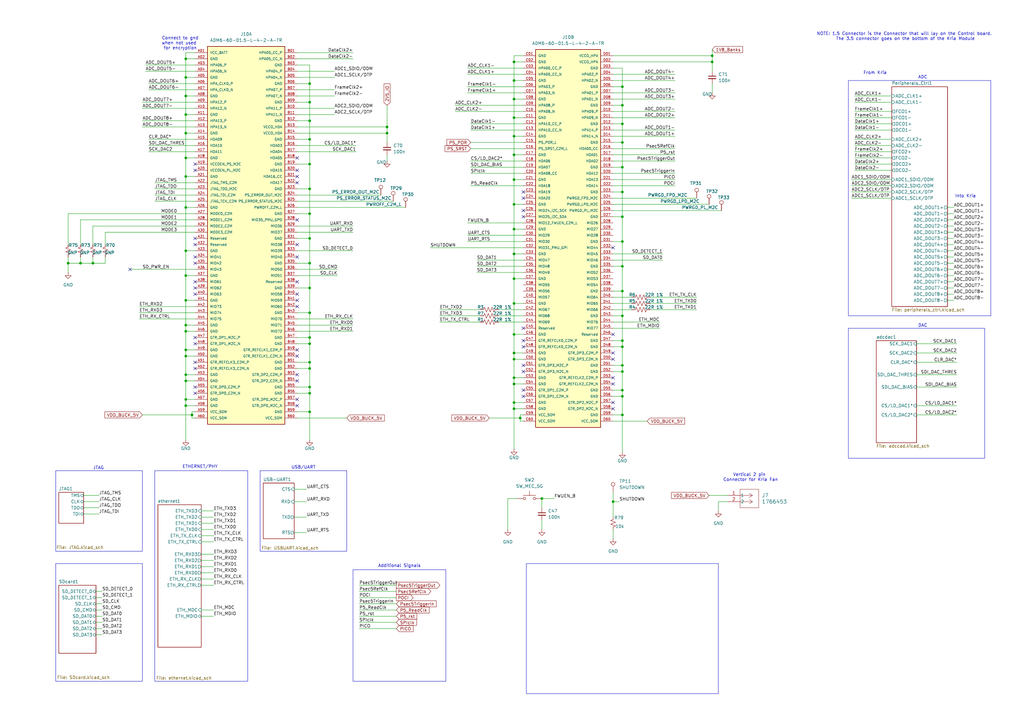
<source format=kicad_sch>
(kicad_sch (version 20250114) (generator "eeschema") (generator_version "9.0")
  (paper "A3")
  (rectangle (start 215.9 231.14) (end 294.64 284.48))
  (rectangle (start 22.86 231.14) (end 58.42 279.4))
  (rectangle (start 106.68 193.04) (end 142.24 226.06))
  (rectangle (start 63.5 193.04) (end 101.6 279.4))
  (rectangle (start 144.78 233.68) (end 182.88 279.4))
  (rectangle (start 347.98 134.62) (end 403.86 187.96))
  (rectangle (start 22.86 193.04) (end 58.42 226.06))
  (rectangle (start 347.98 33.02) (end 406.4 129.54))
  (text "USB/UART" (at 124.46 191.77 0) (effects (font (size 1.27 1.27))))
  (text "Into Kria" (at 395.986 80.518 0) (effects (font (size 1.27 1.27))))
  (text "NOTE: 1.5 Connector is the Connector that will lay on the Control board. \nThe 3.5 connector goes on the bottom of the Kria Module" (at 371.348 14.986 0) (effects (font (size 1.27 1.27))))
  (text "ADC" (at 378.46 31.75 0) (effects (font (size 1.27 1.27))))
  (text "Connect to gnd\nwhen not used \nfor encryption" (at 73.914 17.78 0) (effects (font (size 1.27 1.27))))
  (text "From Kria" (at 358.902 29.972 0) (effects (font (size 1.27 1.27))))
  (text "Additional Signals" (at 163.83 232.156 0) (effects (font (size 1.27 1.27))))
  (text "ETHERNET/PHY" (at 82.042 191.516 0) (effects (font (size 1.27 1.27))))
  (text "DAC" (at 378.46 133.604 0) (effects (font (size 1.27 1.27))))
  (text "Vertical 2 pin \nConnector for Kria Fan" (at 307.848 195.834 0) (effects (font (size 1.27 1.27))))
  (text "JTAG" (at 40.386 192.024 0) (effects (font (size 1.27 1.27))))
  (junction (at 76.2 123.19))
  (junction (at 76.2 163.83))
  (junction (at 210.82 114.3))
  (junction (at 76.2 54.61))
  (junction (at 127 67.31))
  (junction (at 127 41.91))
  (junction (at 127 97.79))
  (junction (at 76.2 156.21))
  (junction (at 76.2 146.05))
  (junction (at 210.82 55.88))
  (junction (at 255.27 129.54))
  (junction (at 255.27 68.58))
  (junction (at 127 158.75))
  (junction (at 222.25 204.47))
  (junction (at 127 168.91))
  (junction (at 255.27 162.56))
  (junction (at 76.2 24.13))
  (junction (at 158.75 52.07))
  (junction (at 210.82 48.26))
  (junction (at 210.82 165.1))
  (junction (at 210.82 137.16))
  (junction (at 127 49.53))
  (junction (at 76.2 64.77))
  (junction (at 127 118.11))
  (junction (at 158.75 54.61))
  (junction (at 76.2 133.35))
  (junction (at 210.82 25.4))
  (junction (at 255.27 50.8))
  (junction (at 76.2 166.37))
  (junction (at 76.2 143.51))
  (junction (at 255.27 170.18))
  (junction (at 76.2 46.99))
  (junction (at 210.82 63.5))
  (junction (at 255.27 139.7))
  (junction (at 76.2 31.75))
  (junction (at 127 34.29))
  (junction (at 210.82 167.64))
  (junction (at 127 151.13))
  (junction (at 127 138.43))
  (junction (at 76.2 39.37))
  (junction (at 255.27 149.86))
  (junction (at 255.27 35.56))
  (junction (at 38.1 107.95))
  (junction (at 255.27 109.22))
  (junction (at 210.82 124.46))
  (junction (at 76.2 135.89))
  (junction (at 33.02 107.95))
  (junction (at 127 148.59))
  (junction (at 210.82 147.32))
  (junction (at 76.2 102.87))
  (junction (at 255.27 43.18))
  (junction (at 210.82 40.64))
  (junction (at 78.74 170.18))
  (junction (at 210.82 104.14))
  (junction (at 210.82 83.82))
  (junction (at 127 161.29))
  (junction (at 210.82 154.94))
  (junction (at 127 57.15))
  (junction (at 76.2 85.09))
  (junction (at 127 140.97))
  (junction (at 210.82 93.98))
  (junction (at 255.27 160.02))
  (junction (at 127 87.63))
  (junction (at 255.27 58.42))
  (junction (at 292.1 25.4))
  (junction (at 255.27 88.9))
  (junction (at 255.27 78.74))
  (junction (at 255.27 142.24))
  (junction (at 213.36 171.45))
  (junction (at 76.2 72.39))
  (junction (at 255.27 119.38))
  (junction (at 127 128.27))
  (junction (at 76.2 113.03))
  (junction (at 210.82 33.02))
  (junction (at 255.27 152.4))
  (junction (at 210.82 73.66))
  (junction (at 27.94 107.95))
  (junction (at 127 77.47))
  (junction (at 292.1 22.86))
  (junction (at 210.82 144.78))
  (junction (at 76.2 153.67))
  (junction (at 210.82 157.48))
  (junction (at 127 107.95))
  (junction (at 251.46 205.74))
  (junction (at 255.27 99.06))
  (no_connect (at 121.92 123.19))
  (no_connect (at 80.01 151.13))
  (no_connect (at 80.01 115.57))
  (no_connect (at 251.46 144.78))
  (no_connect (at 121.92 125.73))
  (no_connect (at 121.92 153.67))
  (no_connect (at 251.46 147.32))
  (no_connect (at 251.46 137.16))
  (no_connect (at 121.92 166.37))
  (no_connect (at 121.92 156.21))
  (no_connect (at 251.46 167.64))
  (no_connect (at 214.63 160.02))
  (no_connect (at 121.92 146.05))
  (no_connect (at 80.01 69.85))
  (no_connect (at 214.63 142.24))
  (no_connect (at 121.92 72.39))
  (no_connect (at 121.92 143.51))
  (no_connect (at 121.92 100.33))
  (no_connect (at 121.92 163.83))
  (no_connect (at 251.46 165.1))
  (no_connect (at 121.92 64.77))
  (no_connect (at 121.92 115.57))
  (no_connect (at 214.63 134.62))
  (no_connect (at 214.63 152.4))
  (no_connect (at 214.63 86.36))
  (no_connect (at 80.01 107.95))
  (no_connect (at 80.01 97.79))
  (no_connect (at 80.01 140.97))
  (no_connect (at 251.46 157.48))
  (no_connect (at 80.01 120.65))
  (no_connect (at 121.92 105.41))
  (no_connect (at 80.01 100.33))
  (no_connect (at 251.46 154.94))
  (no_connect (at 121.92 90.17))
  (no_connect (at 214.63 149.86))
  (no_connect (at 251.46 101.6))
  (no_connect (at 80.01 148.59))
  (no_connect (at 214.63 139.7))
  (no_connect (at 80.01 161.29))
  (no_connect (at 80.01 118.11))
  (no_connect (at 214.63 88.9))
  (no_connect (at 214.63 81.28))
  (no_connect (at 214.63 162.56))
  (no_connect (at 121.92 120.65))
  (no_connect (at 121.92 74.93))
  (no_connect (at 121.92 69.85))
  (no_connect (at 80.01 105.41))
  (no_connect (at 80.01 158.75))
  (no_connect (at 53.34 110.49))
  (no_connect (at 80.01 138.43))
  (no_connect (at 80.01 67.31))
  (no_connect (at 214.63 78.74))
  (wire (pts (xy 266.7 127) (xy 285.75 127)))
  (wire (pts (xy 210.82 63.5) (xy 210.82 73.66)))
  (wire (pts (xy 222.25 213.36) (xy 222.25 217.17)))
  (wire (pts (xy 121.92 140.97) (xy 127 140.97)))
  (wire (pts (xy 121.92 67.31) (xy 127 67.31)))
  (wire (pts (xy 388.62 90.17) (xy 391.16 90.17)))
  (wire (pts (xy 162.56 250.19) (xy 147.32 250.19)))
  (wire (pts (xy 251.46 83.82) (xy 290.83 83.82)))
  (wire (pts (xy 127 148.59) (xy 127 151.13)))
  (wire (pts (xy 76.2 143.51) (xy 80.01 143.51)))
  (wire (pts (xy 60.96 59.69) (xy 80.01 59.69)))
  (wire (pts (xy 43.18 107.95) (xy 38.1 107.95)))
  (wire (pts (xy 350.52 69.85) (xy 365.76 69.85)))
  (wire (pts (xy 255.27 58.42) (xy 255.27 68.58)))
  (wire (pts (xy 121.92 107.95) (xy 127 107.95)))
  (wire (pts (xy 290.83 203.2) (xy 298.45 203.2)))
  (wire (pts (xy 210.82 114.3) (xy 210.82 124.46)))
  (wire (pts (xy 213.36 171.45) (xy 213.36 172.72)))
  (wire (pts (xy 82.55 232.41) (xy 87.63 232.41)))
  (wire (pts (xy 60.96 34.29) (xy 80.01 34.29)))
  (wire (pts (xy 251.46 63.5) (xy 276.86 63.5)))
  (wire (pts (xy 255.27 160.02) (xy 255.27 162.56)))
  (wire (pts (xy 251.46 53.34) (xy 276.86 53.34)))
  (wire (pts (xy 251.46 33.02) (xy 276.86 33.02)))
  (wire (pts (xy 193.04 50.8) (xy 214.63 50.8)))
  (wire (pts (xy 147.32 257.81) (xy 162.56 257.81)))
  (wire (pts (xy 34.29 210.82) (xy 40.64 210.82)))
  (wire (pts (xy 76.2 156.21) (xy 76.2 163.83)))
  (wire (pts (xy 251.46 134.62) (xy 270.51 134.62)))
  (wire (pts (xy 180.34 129.54) (xy 196.85 129.54)))
  (wire (pts (xy 121.92 118.11) (xy 127 118.11)))
  (wire (pts (xy 193.04 53.34) (xy 214.63 53.34)))
  (wire (pts (xy 251.46 35.56) (xy 255.27 35.56)))
  (wire (pts (xy 255.27 99.06) (xy 255.27 109.22)))
  (wire (pts (xy 147.32 240.03) (xy 162.56 240.03)))
  (wire (pts (xy 147.32 247.65) (xy 162.56 247.65)))
  (wire (pts (xy 251.46 172.72) (xy 265.43 172.72)))
  (wire (pts (xy 375.92 166.37) (xy 392.43 166.37)))
  (wire (pts (xy 210.82 33.02) (xy 210.82 40.64)))
  (wire (pts (xy 251.46 55.88) (xy 276.86 55.88)))
  (wire (pts (xy 210.82 93.98) (xy 214.63 93.98)))
  (wire (pts (xy 82.55 229.87) (xy 87.63 229.87)))
  (wire (pts (xy 166.37 85.09) (xy 121.92 85.09)))
  (wire (pts (xy 204.47 127) (xy 214.63 127)))
  (wire (pts (xy 121.92 31.75) (xy 137.16 31.75)))
  (wire (pts (xy 121.92 46.99) (xy 137.16 46.99)))
  (wire (pts (xy 80.01 171.45) (xy 78.74 171.45)))
  (wire (pts (xy 251.46 170.18) (xy 255.27 170.18)))
  (wire (pts (xy 210.82 22.86) (xy 210.82 25.4)))
  (wire (pts (xy 76.2 64.77) (xy 80.01 64.77)))
  (wire (pts (xy 76.2 123.19) (xy 80.01 123.19)))
  (wire (pts (xy 191.77 38.1) (xy 214.63 38.1)))
  (wire (pts (xy 76.2 133.35) (xy 76.2 135.89)))
  (wire (pts (xy 388.62 105.41) (xy 391.16 105.41)))
  (wire (pts (xy 251.46 25.4) (xy 292.1 25.4)))
  (wire (pts (xy 255.27 152.4) (xy 255.27 160.02)))
  (wire (pts (xy 127 118.11) (xy 127 128.27)))
  (wire (pts (xy 121.92 130.81) (xy 144.78 130.81)))
  (wire (pts (xy 251.46 205.74) (xy 251.46 212.09)))
  (wire (pts (xy 121.92 151.13) (xy 127 151.13)))
  (wire (pts (xy 375.92 148.59) (xy 392.43 148.59)))
  (wire (pts (xy 76.2 146.05) (xy 80.01 146.05)))
  (wire (pts (xy 251.46 142.24) (xy 255.27 142.24)))
  (wire (pts (xy 76.2 156.21) (xy 80.01 156.21)))
  (wire (pts (xy 147.32 245.11) (xy 162.56 245.11)))
  (wire (pts (xy 349.25 78.74) (xy 365.76 78.74)))
  (wire (pts (xy 222.25 204.47) (xy 227.33 204.47)))
  (wire (pts (xy 59.69 26.67) (xy 80.01 26.67)))
  (wire (pts (xy 27.94 105.41) (xy 27.94 107.95)))
  (wire (pts (xy 33.02 107.95) (xy 27.94 107.95)))
  (wire (pts (xy 350.52 62.23) (xy 365.76 62.23)))
  (wire (pts (xy 121.92 80.01) (xy 156.21 80.01)))
  (wire (pts (xy 76.2 31.75) (xy 76.2 39.37)))
  (wire (pts (xy 82.55 252.73) (xy 87.63 252.73)))
  (wire (pts (xy 34.29 203.2) (xy 40.64 203.2)))
  (wire (pts (xy 255.27 78.74) (xy 255.27 88.9)))
  (wire (pts (xy 43.18 105.41) (xy 43.18 107.95)))
  (wire (pts (xy 82.55 209.55) (xy 87.63 209.55)))
  (wire (pts (xy 255.27 139.7) (xy 255.27 142.24)))
  (wire (pts (xy 127 67.31) (xy 127 77.47)))
  (wire (pts (xy 147.32 252.73) (xy 162.56 252.73)))
  (wire (pts (xy 200.66 171.45) (xy 213.36 171.45)))
  (wire (pts (xy 82.55 212.09) (xy 87.63 212.09)))
  (wire (pts (xy 78.74 171.45) (xy 78.74 170.18)))
  (wire (pts (xy 210.82 73.66) (xy 214.63 73.66)))
  (wire (pts (xy 210.82 147.32) (xy 210.82 154.94)))
  (wire (pts (xy 121.92 161.29) (xy 127 161.29)))
  (wire (pts (xy 127 77.47) (xy 127 87.63)))
  (wire (pts (xy 121.92 34.29) (xy 127 34.29)))
  (wire (pts (xy 210.82 124.46) (xy 210.82 137.16)))
  (wire (pts (xy 349.25 81.28) (xy 365.76 81.28)))
  (wire (pts (xy 210.82 55.88) (xy 210.82 63.5)))
  (wire (pts (xy 388.62 102.87) (xy 391.16 102.87)))
  (wire (pts (xy 210.82 25.4) (xy 210.82 33.02)))
  (wire (pts (xy 76.2 31.75) (xy 80.01 31.75)))
  (wire (pts (xy 251.46 68.58) (xy 255.27 68.58)))
  (wire (pts (xy 39.37 250.19) (xy 41.91 250.19)))
  (wire (pts (xy 127 138.43) (xy 127 140.97)))
  (wire (pts (xy 210.82 167.64) (xy 214.63 167.64)))
  (wire (pts (xy 60.96 36.83) (xy 80.01 36.83)))
  (wire (pts (xy 292.1 22.86) (xy 292.1 25.4)))
  (wire (pts (xy 210.82 154.94) (xy 210.82 157.48)))
  (wire (pts (xy 43.18 95.25) (xy 80.01 95.25)))
  (wire (pts (xy 251.46 217.17) (xy 251.46 220.98)))
  (wire (pts (xy 76.2 21.59) (xy 76.2 24.13)))
  (wire (pts (xy 251.46 43.18) (xy 255.27 43.18)))
  (wire (pts (xy 121.92 59.69) (xy 146.05 59.69)))
  (wire (pts (xy 39.37 260.35) (xy 41.91 260.35)))
  (wire (pts (xy 38.1 105.41) (xy 38.1 107.95)))
  (wire (pts (xy 63.5 74.93) (xy 80.01 74.93)))
  (wire (pts (xy 350.52 50.8) (xy 365.76 50.8)))
  (wire (pts (xy 255.27 109.22) (xy 255.27 119.38)))
  (wire (pts (xy 251.46 127) (xy 259.08 127)))
  (wire (pts (xy 213.36 172.72) (xy 214.63 172.72)))
  (wire (pts (xy 204.47 132.08) (xy 214.63 132.08)))
  (wire (pts (xy 120.65 218.44) (xy 125.73 218.44)))
  (wire (pts (xy 127 128.27) (xy 127 138.43)))
  (wire (pts (xy 76.2 24.13) (xy 80.01 24.13)))
  (wire (pts (xy 251.46 81.28) (xy 285.75 81.28)))
  (wire (pts (xy 210.82 40.64) (xy 210.82 48.26)))
  (wire (pts (xy 127 34.29) (xy 127 41.91)))
  (wire (pts (xy 121.92 62.23) (xy 146.05 62.23)))
  (wire (pts (xy 212.09 204.47) (xy 208.28 204.47)))
  (wire (pts (xy 57.15 128.27) (xy 80.01 128.27)))
  (wire (pts (xy 27.94 107.95) (xy 27.94 111.76)))
  (wire (pts (xy 59.69 29.21) (xy 80.01 29.21)))
  (wire (pts (xy 76.2 143.51) (xy 76.2 146.05)))
  (wire (pts (xy 388.62 118.11) (xy 391.16 118.11)))
  (wire (pts (xy 266.7 124.46) (xy 285.75 124.46)))
  (wire (pts (xy 251.46 139.7) (xy 255.27 139.7)))
  (wire (pts (xy 121.92 54.61) (xy 158.75 54.61)))
  (wire (pts (xy 158.75 54.61) (xy 158.75 58.42)))
  (wire (pts (xy 76.2 24.13) (xy 76.2 31.75)))
  (wire (pts (xy 76.2 72.39) (xy 76.2 85.09)))
  (wire (pts (xy 121.92 148.59) (xy 127 148.59)))
  (wire (pts (xy 147.32 242.57) (xy 162.56 242.57)))
  (wire (pts (xy 210.82 40.64) (xy 214.63 40.64)))
  (wire (pts (xy 60.96 57.15) (xy 80.01 57.15)))
  (wire (pts (xy 39.37 257.81) (xy 41.91 257.81)))
  (wire (pts (xy 388.62 97.79) (xy 391.16 97.79)))
  (wire (pts (xy 82.55 237.49) (xy 87.63 237.49)))
  (wire (pts (xy 388.62 100.33) (xy 391.16 100.33)))
  (wire (pts (xy 39.37 242.57) (xy 41.91 242.57)))
  (wire (pts (xy 191.77 91.44) (xy 214.63 91.44)))
  (wire (pts (xy 210.82 48.26) (xy 210.82 55.88)))
  (wire (pts (xy 121.92 21.59) (xy 144.78 21.59)))
  (wire (pts (xy 210.82 165.1) (xy 214.63 165.1)))
  (wire (pts (xy 121.92 41.91) (xy 127 41.91)))
  (wire (pts (xy 76.2 135.89) (xy 80.01 135.89)))
  (wire (pts (xy 251.46 66.04) (xy 276.86 66.04)))
  (wire (pts (xy 210.82 137.16) (xy 210.82 144.78)))
  (wire (pts (xy 121.92 24.13) (xy 144.78 24.13)))
  (wire (pts (xy 121.92 158.75) (xy 127 158.75)))
  (wire (pts (xy 82.55 219.71) (xy 87.63 219.71)))
  (wire (pts (xy 255.27 162.56) (xy 255.27 170.18)))
  (wire (pts (xy 292.1 20.32) (xy 292.1 22.86)))
  (wire (pts (xy 191.77 27.94) (xy 214.63 27.94)))
  (wire (pts (xy 350.52 39.37) (xy 365.76 39.37)))
  (wire (pts (xy 298.45 205.74) (xy 294.64 205.74)))
  (wire (pts (xy 121.92 92.71) (xy 144.78 92.71)))
  (wire (pts (xy 82.55 227.33) (xy 87.63 227.33)))
  (wire (pts (xy 255.27 149.86) (xy 255.27 152.4)))
  (wire (pts (xy 292.1 34.29) (xy 292.1 38.1)))
  (wire (pts (xy 121.92 171.45) (xy 142.24 171.45)))
  (wire (pts (xy 121.92 95.25) (xy 144.78 95.25)))
  (wire (pts (xy 251.46 76.2) (xy 276.86 76.2)))
  (wire (pts (xy 193.04 76.2) (xy 214.63 76.2)))
  (wire (pts (xy 76.2 102.87) (xy 76.2 113.03)))
  (wire (pts (xy 193.04 71.12) (xy 214.63 71.12)))
  (wire (pts (xy 255.27 88.9) (xy 255.27 99.06)))
  (wire (pts (xy 158.75 43.18) (xy 158.75 52.07)))
  (wire (pts (xy 121.92 133.35) (xy 144.78 133.35)))
  (wire (pts (xy 76.2 113.03) (xy 80.01 113.03)))
  (wire (pts (xy 127 168.91) (xy 127 180.34)))
  (wire (pts (xy 251.46 124.46) (xy 259.08 124.46)))
  (wire (pts (xy 388.62 92.71) (xy 391.16 92.71)))
  (wire (pts (xy 57.15 130.81) (xy 80.01 130.81)))
  (wire (pts (xy 82.55 234.95) (xy 87.63 234.95)))
  (wire (pts (xy 388.62 107.95) (xy 391.16 107.95)))
  (wire (pts (xy 127 26.67) (xy 127 34.29)))
  (wire (pts (xy 210.82 157.48) (xy 214.63 157.48)))
  (wire (pts (xy 375.92 158.75) (xy 392.43 158.75)))
  (wire (pts (xy 266.7 121.92) (xy 285.75 121.92)))
  (wire (pts (xy 210.82 63.5) (xy 214.63 63.5)))
  (wire (pts (xy 121.92 128.27) (xy 127 128.27)))
  (wire (pts (xy 76.2 163.83) (xy 80.01 163.83)))
  (wire (pts (xy 208.28 204.47) (xy 208.28 217.17)))
  (wire (pts (xy 210.82 93.98) (xy 210.82 104.14)))
  (wire (pts (xy 121.92 97.79) (xy 127 97.79)))
  (wire (pts (xy 78.74 168.91) (xy 80.01 168.91)))
  (wire (pts (xy 388.62 87.63) (xy 391.16 87.63)))
  (wire (pts (xy 58.42 170.18) (xy 78.74 170.18)))
  (wire (pts (xy 251.46 48.26) (xy 276.86 48.26)))
  (wire (pts (xy 251.46 50.8) (xy 255.27 50.8)))
  (wire (pts (xy 388.62 123.19) (xy 391.16 123.19)))
  (wire (pts (xy 38.1 92.71) (xy 38.1 100.33)))
  (wire (pts (xy 39.37 252.73) (xy 41.91 252.73)))
  (wire (pts (xy 121.92 82.55) (xy 161.29 82.55)))
  (wire (pts (xy 251.46 58.42) (xy 255.27 58.42)))
  (wire (pts (xy 127 87.63) (xy 127 97.79)))
  (wire (pts (xy 251.46 152.4) (xy 255.27 152.4)))
  (wire (pts (xy 251.46 149.86) (xy 255.27 149.86)))
  (wire (pts (xy 388.62 95.25) (xy 391.16 95.25)))
  (wire (pts (xy 63.5 82.55) (xy 80.01 82.55)))
  (wire (pts (xy 210.82 144.78) (xy 210.82 147.32)))
  (wire (pts (xy 39.37 255.27) (xy 41.91 255.27)))
  (wire (pts (xy 58.42 41.91) (xy 80.01 41.91)))
  (wire (pts (xy 251.46 121.92) (xy 259.08 121.92)))
  (wire (pts (xy 292.1 25.4) (xy 292.1 29.21)))
  (wire (pts (xy 191.77 30.48) (xy 214.63 30.48)))
  (wire (pts (xy 121.92 113.03) (xy 138.43 113.03)))
  (wire (pts (xy 76.2 113.03) (xy 76.2 123.19)))
  (wire (pts (xy 82.55 217.17) (xy 87.63 217.17)))
  (wire (pts (xy 82.55 214.63) (xy 87.63 214.63)))
  (wire (pts (xy 76.2 54.61) (xy 76.2 64.77)))
  (wire (pts (xy 251.46 201.93) (xy 251.46 205.74)))
  (wire (pts (xy 76.2 46.99) (xy 80.01 46.99)))
  (wire (pts (xy 210.82 165.1) (xy 210.82 167.64)))
  (wire (pts (xy 121.92 57.15) (xy 127 57.15)))
  (wire (pts (xy 76.2 102.87) (xy 80.01 102.87)))
  (wire (pts (xy 76.2 64.77) (xy 76.2 72.39)))
  (wire (pts (xy 76.2 123.19) (xy 76.2 133.35)))
  (wire (pts (xy 121.92 26.67) (xy 127 26.67)))
  (wire (pts (xy 210.82 124.46) (xy 214.63 124.46)))
  (wire (pts (xy 255.27 50.8) (xy 255.27 58.42)))
  (wire (pts (xy 27.94 87.63) (xy 27.94 100.33)))
  (wire (pts (xy 186.69 45.72) (xy 214.63 45.72)))
  (wire (pts (xy 60.96 62.23) (xy 80.01 62.23)))
  (wire (pts (xy 76.2 46.99) (xy 76.2 54.61)))
  (wire (pts (xy 127 151.13) (xy 127 158.75)))
  (wire (pts (xy 82.55 250.19) (xy 87.63 250.19)))
  (wire (pts (xy 350.52 53.34) (xy 365.76 53.34)))
  (wire (pts (xy 210.82 73.66) (xy 210.82 83.82)))
  (wire (pts (xy 251.46 162.56) (xy 255.27 162.56)))
  (wire (pts (xy 255.27 142.24) (xy 255.27 149.86)))
  (wire (pts (xy 255.27 129.54) (xy 255.27 139.7)))
  (wire (pts (xy 127 140.97) (xy 127 148.59)))
  (wire (pts (xy 210.82 137.16) (xy 214.63 137.16)))
  (wire (pts (xy 38.1 92.71) (xy 80.01 92.71)))
  (wire (pts (xy 76.2 166.37) (xy 80.01 166.37)))
  (wire (pts (xy 33.02 90.17) (xy 80.01 90.17)))
  (wire (pts (xy 58.42 52.07) (xy 80.01 52.07)))
  (wire (pts (xy 76.2 135.89) (xy 76.2 143.51)))
  (wire (pts (xy 251.46 99.06) (xy 255.27 99.06)))
  (wire (pts (xy 33.02 105.41) (xy 33.02 107.95)))
  (wire (pts (xy 222.25 204.47) (xy 222.25 208.28)))
  (wire (pts (xy 251.46 119.38) (xy 255.27 119.38)))
  (wire (pts (xy 251.46 88.9) (xy 255.27 88.9)))
  (wire (pts (xy 76.2 85.09) (xy 80.01 85.09)))
  (wire (pts (xy 33.02 90.17) (xy 33.02 100.33)))
  (wire (pts (xy 251.46 78.74) (xy 255.27 78.74)))
  (wire (pts (xy 254 205.74) (xy 251.46 205.74)))
  (wire (pts (xy 195.58 111.76) (xy 214.63 111.76)))
  (wire (pts (xy 193.04 68.58) (xy 214.63 68.58)))
  (wire (pts (xy 58.42 49.53) (xy 80.01 49.53)))
  (wire (pts (xy 76.2 153.67) (xy 76.2 156.21)))
  (wire (pts (xy 121.92 49.53) (xy 127 49.53)))
  (wire (pts (xy 191.77 96.52) (xy 214.63 96.52)))
  (wire (pts (xy 210.82 33.02) (xy 214.63 33.02)))
  (wire (pts (xy 127 57.15) (xy 127 67.31)))
  (wire (pts (xy 195.58 109.22) (xy 214.63 109.22)))
  (wire (pts (xy 82.55 222.25) (xy 87.63 222.25)))
  (wire (pts (xy 210.82 55.88) (xy 214.63 55.88)))
  (wire (pts (xy 210.82 83.82) (xy 210.82 93.98)))
  (wire (pts (xy 78.74 170.18) (xy 78.74 168.91)))
  (wire (pts (xy 121.92 138.43) (xy 127 138.43)))
  (wire (pts (xy 251.46 129.54) (xy 255.27 129.54)))
  (wire (pts (xy 76.2 54.61) (xy 80.01 54.61)))
  (wire (pts (xy 80.01 21.59) (xy 76.2 21.59)))
  (wire (pts (xy 349.25 73.66) (xy 365.76 73.66)))
  (wire (pts (xy 375.92 153.67) (xy 392.43 153.67)))
  (wire (pts (xy 191.77 35.56) (xy 214.63 35.56)))
  (wire (pts (xy 350.52 67.31) (xy 365.76 67.31)))
  (wire (pts (xy 158.75 63.5) (xy 158.75 66.04)))
  (wire (pts (xy 121.92 102.87) (xy 144.78 102.87)))
  (wire (pts (xy 255.27 170.18) (xy 255.27 185.42)))
  (wire (pts (xy 191.77 99.06) (xy 214.63 99.06)))
  (wire (pts (xy 255.27 68.58) (xy 255.27 78.74)))
  (wire (pts (xy 251.46 106.68) (xy 271.78 106.68)))
  (wire (pts (xy 251.46 27.94) (xy 255.27 27.94)))
  (wire (pts (xy 38.1 107.95) (xy 33.02 107.95)))
  (wire (pts (xy 210.82 83.82) (xy 214.63 83.82)))
  (wire (pts (xy 210.82 22.86) (xy 214.63 22.86)))
  (wire (pts (xy 121.92 87.63) (xy 127 87.63)))
  (wire (pts (xy 210.82 25.4) (xy 214.63 25.4)))
  (wire (pts (xy 388.62 120.65) (xy 391.16 120.65)))
  (wire (pts (xy 210.82 157.48) (xy 210.82 165.1)))
  (wire (pts (xy 121.92 110.49) (xy 138.43 110.49)))
  (wire (pts (xy 39.37 247.65) (xy 41.91 247.65)))
  (wire (pts (xy 251.46 60.96) (xy 276.86 60.96)))
  (wire (pts (xy 127 97.79) (xy 127 107.95)))
  (wire (pts (xy 255.27 27.94) (xy 255.27 35.56)))
  (wire (pts (xy 76.2 85.09) (xy 76.2 102.87)))
  (wire (pts (xy 76.2 133.35) (xy 80.01 133.35)))
  (wire (pts (xy 121.92 29.21) (xy 137.16 29.21)))
  (wire (pts (xy 121.92 168.91) (xy 127 168.91)))
  (wire (pts (xy 295.91 86.36) (xy 251.46 86.36)))
  (wire (pts (xy 186.69 43.18) (xy 214.63 43.18)))
  (wire (pts (xy 251.46 45.72) (xy 276.86 45.72)))
  (wire (pts (xy 210.82 167.64) (xy 210.82 184.15)))
  (wire (pts (xy 158.75 52.07) (xy 158.75 54.61)))
  (wire (pts (xy 53.34 110.49) (xy 80.01 110.49)))
  (wire (pts (xy 120.65 205.74) (xy 125.73 205.74)))
  (wire (pts (xy 180.34 127) (xy 196.85 127)))
  (wire (pts (xy 76.2 39.37) (xy 80.01 39.37)))
  (wire (pts (xy 388.62 113.03) (xy 391.16 113.03)))
  (wire (pts (xy 210.82 48.26) (xy 214.63 48.26)))
  (wire (pts (xy 39.37 245.11) (xy 41.91 245.11)))
  (wire (pts (xy 127 161.29) (xy 127 168.91)))
  (wire (pts (xy 76.2 72.39) (xy 80.01 72.39)))
  (wire (pts (xy 255.27 43.18) (xy 255.27 50.8)))
  (wire (pts (xy 350.52 57.15) (xy 365.76 57.15)))
  (wire (pts (xy 193.04 58.42) (xy 214.63 58.42)))
  (wire (pts (xy 58.42 44.45) (xy 80.01 44.45)))
  (wire (pts (xy 375.92 170.18) (xy 392.43 170.18)))
  (wire (pts (xy 82.55 240.03) (xy 87.63 240.03)))
  (wire (pts (xy 121.92 77.47) (xy 127 77.47)))
  (wire (pts (xy 251.46 132.08) (xy 270.51 132.08)))
  (wire (pts (xy 251.46 160.02) (xy 255.27 160.02)))
  (wire (pts (xy 350.52 48.26) (xy 365.76 48.26)))
  (wire (pts (xy 121.92 36.83) (xy 137.16 36.83)))
  (wire (pts (xy 251.46 104.14) (xy 271.78 104.14)))
  (wire (pts (xy 180.34 132.08) (xy 196.85 132.08)))
  (wire (pts (xy 350.52 41.91) (xy 365.76 41.91)))
  (wire (pts (xy 350.52 45.72) (xy 365.76 45.72)))
  (wire (pts (xy 76.2 146.05) (xy 76.2 153.67)))
  (wire (pts (xy 147.32 255.27) (xy 162.56 255.27)))
  (wire (pts (xy 76.2 166.37) (xy 76.2 180.34)))
  (wire (pts (xy 193.04 60.96) (xy 214.63 60.96)))
  (wire (pts (xy 251.46 38.1) (xy 276.86 38.1)))
  (wire (pts (xy 43.18 95.25) (xy 43.18 100.33)))
  (wire (pts (xy 388.62 115.57) (xy 391.16 115.57)))
  (wire (pts (xy 127 41.91) (xy 127 49.53)))
  (wire (pts (xy 210.82 114.3) (xy 214.63 114.3)))
  (wire (pts (xy 251.46 40.64) (xy 276.86 40.64)))
  (wire (pts (xy 34.29 205.74) (xy 40.64 205.74)))
  (wire (pts (xy 120.65 200.66) (xy 125.73 200.66)))
  (wire (pts (xy 388.62 85.09) (xy 391.16 85.09)))
  (wire (pts (xy 210.82 104.14) (xy 210.82 114.3)))
  (wire (pts (xy 57.15 125.73) (xy 80.01 125.73)))
  (wire (pts (xy 388.62 110.49) (xy 391.16 110.49)))
  (wire (pts (xy 127 107.95) (xy 127 118.11)))
  (wire (pts (xy 63.5 77.47) (xy 80.01 77.47)))
  (wire (pts (xy 213.36 170.18) (xy 213.36 171.45)))
  (wire (pts (xy 127 49.53) (xy 127 57.15)))
  (wire (pts (xy 76.2 39.37) (xy 76.2 46.99)))
  (wire (pts (xy 251.46 109.22) (xy 255.27 109.22)))
  (wire (pts (xy 120.65 212.09) (xy 125.73 212.09)))
  (wire (pts (xy 210.82 147.32) (xy 214.63 147.32)))
  (wire (pts (xy 255.27 119.38) (xy 255.27 129.54)))
  (wire (pts (xy 251.46 73.66) (xy 276.86 73.66)))
  (wire (pts (xy 76.2 163.83) (xy 76.2 166.37)))
  (wire (pts (xy 210.82 144.78) (xy 214.63 144.78)))
  (wire (pts (xy 27.94 87.63) (xy 80.01 87.63)))
  (wire (pts (xy 375.92 144.78) (xy 392.43 144.78)))
  (wire (pts (xy 127 158.75) (xy 127 161.29)))
  (wire (pts (xy 34.29 208.28) (xy 40.64 208.28)))
  (wire (pts (xy 63.5 80.01) (xy 80.01 80.01)))
  (wire (pts (xy 350.52 64.77) (xy 365.76 64.77)))
  (wire (pts (xy 176.53 101.6) (xy 214.63 101.6)))
  (wire (pts (xy 255.27 35.56) (xy 255.27 43.18)))
  (wire (pts (xy 349.25 76.2) (xy 365.76 76.2)))
  (wire (pts (xy 251.46 30.48) (xy 276.86 30.48)))
  (wire (pts (xy 121.92 44.45) (xy 137.16 44.45)))
  (wire (pts (xy 350.52 59.69) (xy 365.76 59.69)))
  (wire (pts (xy 193.04 66.04) (xy 214.63 66.04)))
  (wire (pts (xy 121.92 135.89) (xy 144.78 135.89)))
  (wire (pts (xy 210.82 154.94) (xy 214.63 154.94)))
  (wire (pts (xy 251.46 22.86) (xy 292.1 22.86)))
  (wire (pts (xy 121.92 39.37) (xy 137.16 39.37)))
  (wire (pts (xy 76.2 153.67) (xy 80.01 153.67)))
  (wire (pts (xy 210.82 104.14) (xy 214.63 104.14)))
  (wire (pts (xy 294.64 205.74) (xy 294.64 209.55)))
  (wire (pts (xy 121.92 52.07) (xy 158.75 52.07)))
  (wire (pts (xy 204.47 129.54) (xy 214.63 129.54)))
  (wire (pts (xy 251.46 71.12) (xy 276.86 71.12)))
  (wire (pts (xy 375.92 140.97) (xy 392.43 140.97)))
  (wire (pts (xy 214.63 170.18) (xy 213.36 170.18)))
  (wire (pts (xy 195.58 106.68) (xy 214.63 106.68)))
  (label "Psec5TriggerOut" (at 147.32 240.03 0))
  (label "ETH_RXD2" (at 57.15 125.73 0))
  (label "ETH_RXD3" (at 87.63 227.33 0))
  (label "SDI_DAC_BIAS" (at 392.43 158.75 180))
  (label "SD_DETECT_0" (at 144.78 102.87 180))
  (label "ADC_DOUT4+" (at 276.86 33.02 180))
  (label "FrameClk1+" (at 350.52 45.72 0))
  (label "ETH_RX_CTRL" (at 87.63 240.03 0))
  (label "FrameClk2+" (at 137.16 36.83 0))
  (label "ADC_CLK1-" (at 191.77 27.94 0))
  (label "ADC2_SDIO{slash}ODM" (at 349.25 76.2 0))
  (label "ADC_DOUT1+" (at 391.16 85.09 0))
  (label "ETH_TXD1" (at 285.75 127 180))
  (label "DataClk1+" (at 350.52 50.8 0))
  (label "DataClk2+" (at 350.52 67.31 0))
  (label "CS{slash}LD_DAC1*" (at 146.05 59.69 180))
  (label "JTAG_CLK" (at 63.5 82.55 0))
  (label "SD_CMD" (at 41.91 250.19 0))
  (label "SD_PWR_EN" (at 58.42 110.49 0))
  (label "ADC1_SDIO{slash}ODM" (at 137.16 29.21 0))
  (label "ETH_RX_CLK" (at 87.63 237.49 0))
  (label "JTAG_TDI" (at 63.5 80.01 0))
  (label "P5_ReadClk" (at 193.04 76.2 0))
  (label "JTAG_TDO" (at 63.5 77.47 0))
  (label "ETH_TXD1" (at 87.63 214.63 0))
  (label "UART_RXD" (at 125.73 205.74 0))
  (label "ADC1_SCLK{slash}DTP" (at 349.25 81.28 0))
  (label "ETH_MDIO" (at 270.51 134.62 180))
  (label "SD_DETECT_1" (at 271.78 104.14 180))
  (label "FWUEN_B" (at 227.33 204.47 0))
  (label "SCK_DAC2" (at 392.43 144.78 180))
  (label "ADC_DOUT4+" (at 391.16 100.33 0))
  (label "ADC_DOUT2+" (at 391.16 90.17 0))
  (label "SD_DAT1" (at 41.91 255.27 0))
  (label "ADC2_SCLK{slash}DTP" (at 349.25 78.74 0))
  (label "ADC1_SCLK{slash}DTP" (at 137.16 31.75 0))
  (label "ETH_RXD0" (at 87.63 234.95 0))
  (label "SPIclk" (at 147.32 255.27 0))
  (label "CLR_DAC*" (at 392.43 148.59 180))
  (label "ADC_DOUT5+" (at 391.16 105.41 0))
  (label "FrameClk2-" (at 137.16 39.37 0))
  (label "Psec5TriggerIn" (at 147.32 247.65 0))
  (label "SPIclk" (at 193.04 71.12 0))
  (label "ADC2_SCLK{slash}DTP" (at 137.16 46.99 0))
  (label "CS{slash}LD_DAC2*" (at 193.04 66.04 0))
  (label "ADC_DOUT2-" (at 276.86 45.72 180))
  (label "SD_DAT3" (at 41.91 260.35 0))
  (label "ADC_DOUT7+" (at 391.16 115.57 0))
  (label "Psec5RefClk" (at 147.32 242.57 0))
  (label "ADC_DOUT4-" (at 276.86 30.48 180))
  (label "ETH_RXD1" (at 144.78 135.89 180))
  (label "ADC_CLK2+" (at 350.52 57.15 0))
  (label "DataClk2+" (at 144.78 21.59 180))
  (label "SDI_DAC_THRES" (at 60.96 59.69 0))
  (label "SD_DETECT_1" (at 41.91 245.11 0))
  (label "SDI_DAC_THRES" (at 392.43 153.67 180))
  (label "ETH_RXD1" (at 87.63 232.41 0))
  (label "CLR_DAC*" (at 60.96 57.15 0))
  (label "ETH_MDC" (at 270.51 132.08 180))
  (label "ADC_CLK1+" (at 191.77 30.48 0))
  (label "ETH_MDC" (at 87.63 250.19 0))
  (label "SD_CLK" (at 138.43 113.03 180))
  (label "ETH_RX_CLK" (at 144.78 130.81 180))
  (label "DataClk2-" (at 350.52 69.85 0))
  (label "ETH_TXD0" (at 87.63 217.17 0))
  (label "ETH_TX_CTRL" (at 87.63 222.25 0))
  (label "ETH_TXD2" (at 180.34 127 0))
  (label "SD_DAT3" (at 195.58 111.76 0))
  (label "ETH_TXD3" (at 87.63 209.55 0))
  (label "ADC_DOUT2+" (at 276.86 48.26 180))
  (label "SD_DETECT_0" (at 41.91 242.57 0))
  (label "UART_CTS" (at 191.77 96.52 0))
  (label "ETH_RXD3" (at 57.15 128.27 0))
  (label "UART_RTS" (at 191.77 99.06 0))
  (label "Psec5TriggerIn" (at 276.86 71.12 180))
  (label "UART_TXD" (at 125.73 212.09 0))
  (label "FrameClk1+" (at 191.77 38.1 0))
  (label "P5_rst" (at 147.32 252.73 0))
  (label "SDI_DAC_BIAS" (at 193.04 68.58 0))
  (label "SD_DAT0" (at 271.78 106.68 180))
  (label "ADC_DOUT7-" (at 58.42 44.45 0))
  (label "ADC_CLK2-" (at 350.52 59.69 0))
  (label "SCK_DAC1" (at 392.43 140.97 180))
  (label "ADC_DOUT8-" (at 391.16 123.19 0))
  (label "ADC_DOUT3-" (at 391.16 97.79 0))
  (label "ADC2_SDIO{slash}ODM" (at 137.16 44.45 0))
  (label "ADC_DOUT8+" (at 58.42 49.53 0))
  (label "ADC_DOUT6-" (at 60.96 36.83 0))
  (label "SD_DAT2" (at 195.58 109.22 0))
  (label "FWUEN_B" (at 191.77 91.44 0))
  (label "SD_CMD" (at 138.43 110.49 180))
  (label "JTAG_TMS" (at 40.64 203.2 0))
  (label "ADC_DOUT3+" (at 391.16 95.25 0))
  (label "ETH_TX_CLK" (at 285.75 121.92 180))
  (label "SD_DAT1" (at 195.58 106.68 0))
  (label "DataClk2-" (at 144.78 24.13 180))
  (label "ETH_MDIO" (at 87.63 252.73 0))
  (label "ADC_CLK2+" (at 186.69 43.18 0))
  (label "Psec5RefClk" (at 276.86 60.96 180))
  (label "SD_DAT2" (at 41.91 257.81 0))
  (label "SHUTDOWN" (at 254 205.74 0))
  (label "ADC_DOUT1-" (at 391.16 87.63 0))
  (label "SCK_DAC1" (at 146.05 62.23 180))
  (label "DataClk1-" (at 193.04 50.8 0))
  (label "ADC_DOUT8+" (at 391.16 120.65 0))
  (label "P5_rst" (at 276.86 63.5 180))
  (label "PICO" (at 276.86 73.66 180))
  (label "JTAG_TDI" (at 40.64 210.82 0))
  (label "MODE1" (at 66.04 90.17 0))
  (label "FrameClk1-" (at 350.52 48.26 0))
  (label "UART_RXD" (at 144.78 92.71 180))
  (label "ETH_TX_CLK" (at 87.63 219.71 0))
  (label "POCI" (at 276.86 76.2 180))
  (label "ETH_TX_CTRL" (at 180.34 132.08 0))
  (label "P5_ReadClk" (at 147.32 250.19 0))
  (label "MODE3" (at 66.04 95.25 0))
  (label "ADC_DOUT3+" (at 276.86 40.64 180))
  (label "ETH_TXD2" (at 87.63 212.09 0))
  (label "UART_RTS" (at 125.73 218.44 0))
  (label "SCK_DAC2" (at 60.96 62.23 0))
  (label "ADC_DOUT7+" (at 58.42 41.91 0))
  (label "Psec5TriggerOut" (at 276.86 66.04 180))
  (label "ETH_TXD3" (at 180.34 129.54 0))
  (label "ETH_RXD2" (at 87.63 229.87 0))
  (label "ADC_DOUT2-" (at 391.16 92.71 0))
  (label "ADC_DOUT1-" (at 276.86 53.34 180))
  (label "FrameClk1-" (at 191.77 35.56 0))
  (label "ADC_CLK1+" (at 350.52 39.37 0))
  (label "DataClk1+" (at 193.04 53.34 0))
  (label "ADC_DOUT8-" (at 58.42 52.07 0))
  (label "PICO" (at 147.32 257.81 0))
  (label "ADC_DOUT5+" (at 59.69 26.67 0))
  (label "ADC1_SDIO{slash}ODM" (at 349.25 73.66 0))
  (label "CS{slash}LD_DAC2*" (at 392.43 170.18 180))
  (label "CS{slash}LD_DAC1*" (at 392.43 166.37 180))
  (label "ADC_DOUT1+" (at 276.86 55.88 180))
  (label "ETH_RXD0" (at 144.78 133.35 180))
  (label "SD_CLK" (at 41.91 247.65 0))
  (label "UART_CTS" (at 125.73 200.66 0))
  (label "ADC_DOUT6-" (at 391.16 113.03 0))
  (label "ADC_DOUT5-" (at 59.69 29.21 0))
  (label "ADC_DOUT6+" (at 391.16 110.49 0))
  (label "MODE2" (at 66.04 92.71 0))
  (label "ETH_TXD0" (at 285.75 124.46 180))
  (label "JTAG_TMS" (at 63.5 74.93 0))
  (label "ADC_CLK2-" (at 186.69 45.72 0))
  (label "ADC_DOUT3-" (at 276.86 38.1 180))
  (label "ADC_CLK1-" (at 350.52 41.91 0))
  (label "FrameClk2+" (at 350.52 62.23 0))
  (label "ADC_DOUT4-" (at 391.16 102.87 0))
  (label "FrameClk2-" (at 350.52 64.77 0))
  (label "ETH_RX_CTRL" (at 57.15 130.81 0))
  (label "ADC_DOUT7-" (at 391.16 118.11 0))
  (label "UART_TXD" (at 144.78 95.25 180))
  (label "JTAG_TDO" (at 40.64 208.28 0))
  (label "SHUTDOWN" (at 176.53 101.6 0))
  (label "JTAG_CLK" (at 40.64 205.74 0))
  (label "ADC_DOUT5-" (at 391.16 107.95 0))
  (label "ADC_DOUT6+" (at 60.96 34.29 0))
  (label "DataClk1-" (at 350.52 53.34 0))
  (label "SD_DAT0" (at 41.91 252.73 0))
  (label "POCI" (at 147.32 245.11 0))
  (label "MODE0" (at 66.04 87.63 0))
  (global_label "2V5_IO" (shape input) (at 158.75 43.18 90) (property "Intersheetrefs" "${INTERSHEET_REFS}" (effects (hide yes))))
  (global_label "Psec5RefClk" (shape output) (at 162.56 242.57 0) (property "Intersheetrefs" "${INTERSHEET_REFS}" (effects (hide yes))))
  (global_label "SPIclk" (shape input) (at 162.56 255.27 0) (property "Intersheetrefs" "${INTERSHEET_REFS}" (effects (hide yes))))
  (global_label "P5_rst" (shape input) (at 162.56 252.73 0) (property "Intersheetrefs" "${INTERSHEET_REFS}" (effects (hide yes))))
  (global_label "PICO" (shape input) (at 162.56 257.81 0) (property "Intersheetrefs" "${INTERSHEET_REFS}" (effects (hide yes))))
  (global_label "P5_ReadClk" (shape input) (at 162.56 250.19 0) (property "Intersheetrefs" "${INTERSHEET_REFS}" (effects (hide yes))))
  (global_label "PS_POR" (shape input) (at 193.04 58.42 180) (property "Intersheetrefs" "${INTERSHEET_REFS}" (effects (hide yes))))
  (global_label "POCI" (shape output) (at 162.56 245.11 0) (property "Intersheetrefs" "${INTERSHEET_REFS}" (effects (hide yes))))
  (global_label "VDD_BUCK_5V" (shape input) (at 200.66 171.45 180) (property "Intersheetrefs" "${INTERSHEET_REFS}" (effects (hide yes))))
  (global_label "VDD_BUCK_5V" (shape input) (at 265.43 172.72 0) (property "Intersheetrefs" "${INTERSHEET_REFS}" (effects (hide yes))))
  (global_label "PS_SRST" (shape input) (at 193.04 60.96 180) (property "Intersheetrefs" "${INTERSHEET_REFS}" (effects (hide yes))))
  (global_label "VDD_BUCK_5V" (shape input) (at 142.24 171.45 0) (property "Intersheetrefs" "${INTERSHEET_REFS}" (effects (hide yes))))
  (global_label "VDD_BUCK_5V" (shape input) (at 58.42 170.18 180) (property "Intersheetrefs" "${INTERSHEET_REFS}" (effects (hide yes))))
  (global_label "1V8_Banks" (shape input) (at 292.1 20.32 0) (property "Intersheetrefs" "${INTERSHEET_REFS}" (effects (hide yes))))
  (global_label "Psec5TriggerOut" (shape output) (at 162.56 240.03 0) (property "Intersheetrefs" "${INTERSHEET_REFS}" (effects (hide yes))))
  (global_label "VDD_BUCK_5V" (shape input) (at 290.83 203.2 180) (property "Intersheetrefs" "${INTERSHEET_REFS}" (effects (hide yes))))
  (global_label "Psec5TriggerIn" (shape input) (at 162.56 247.65 0) (property "Intersheetrefs" "${INTERSHEET_REFS}" (effects (hide yes))))
  (symbol (lib_id "Device:R_US") (at 262.89 121.92 90) (unit 1)
    (property "Reference" "R6" (at 259.334 120.904 90))
    (property "Value" "22R 1%" (at 268.224 120.904 90))
    (property "Footprint" "Resistor_SMD:R_0603_1608Metric" (effects (hide yes)))
    (property "Description" "Resistor, US symbol" (effects (hide yes)))
  )
  (symbol (lib_id "PSEC5_ctrlbd:1766453") (at 298.45 203.2 0) (unit 1)
    (property "Reference" "J7" (at 312.42 203.1999 0) (effects (font (size 1.524 1.524)) (justify left)))
    (property "Value" "1766453" (at 312.42 205.7399 0) (effects (font (size 1.524 1.524)) (justify left)))
    (property "Footprint" "1766453:CONN_1766453" (effects (hide yes)))
    (property "Datasheet" "1766453" (effects (hide yes)))
  )
  (symbol (lib_id "power:GND") (at 210.82 184.15 0) (unit 1)
    (property "Reference" "#PWR031" (effects (hide yes)))
    (property "Value" "GND" (at 210.82 187.706 0))
    (property "Description" "Power symbol creates a global label with name \"GND\" , ground" (effects (hide yes)))
  )
  (symbol (lib_id "power:GND") (at 158.75 66.04 0) (unit 1)
    (property "Reference" "#PWR014" (effects (hide yes)))
    (property "Value" "GND" (at 156.464 66.548 0))
    (property "Description" "Power symbol creates a global label with name \"GND\" , ground" (effects (hide yes)))
  )
  (symbol (lib_id "power:GND") (at 292.1 38.1 0) (unit 1)
    (property "Reference" "#PWR04" (effects (hide yes)))
    (property "Value" "GND" (at 290.068 38.608 0))
    (property "Description" "Power symbol creates a global label with name \"GND\" , ground" (effects (hide yes)))
  )
  (symbol (lib_id "Device:C_Small") (at 222.25 210.82 0) (unit 1)
    (property "Reference" "C47" (at 224.79 209.5562 0) (effects (justify left)))
    (property "Value" "100n" (at 224.79 212.0962 0) (effects (justify left)))
    (property "Footprint" "Capacitor_SMD:C_0603_1608Metric" (effects (hide yes)))
    (property "Description" "Unpolarized capacitor, small symbol" (effects (hide yes)))
  )
  (symbol (lib_id "Device:R_Small_US") (at 38.1 102.87 0) (mirror x) (unit 1)
    (property "Reference" "R71" (at 42.164 100.584 0) (effects (justify right)))
    (property "Value" "DNP" (at 41.91 103.632 0) (effects (justify right)))
    (property "Footprint" "Resistor_SMD:R_0603_1608Metric" (effects (hide yes)))
    (property "Description" "Resistor, small US symbol" (effects (hide yes)))
  )
  (symbol (lib_id "Device:R_Small_US") (at 43.18 102.87 0) (mirror x) (unit 1)
    (property "Reference" "R70" (at 47.244 100.584 0) (effects (justify right)))
    (property "Value" "DNP" (at 46.99 103.632 0) (effects (justify right)))
    (property "Footprint" "Resistor_SMD:R_0603_1608Metric" (effects (hide yes)))
    (property "Description" "Resistor, small US symbol" (effects (hide yes)))
  )
  (symbol (lib_id "Device:C_Small") (at 292.1 31.75 0) (unit 1)
    (property "Reference" "C71" (at 294.64 30.4862 0) (effects (justify left)))
    (property "Value" "100n" (at 294.64 33.0262 0) (effects (justify left)))
    (property "Footprint" "Capacitor_SMD:C_0603_1608Metric" (effects (hide yes)))
    (property "Description" "Unpolarized capacitor, small symbol" (effects (hide yes)))
  )
  (symbol (lib_id "power:GND") (at 208.28 217.17 0) (unit 1)
    (property "Reference" "#PWR044" (effects (hide yes)))
    (property "Value" "GND" (at 208.28 222.25 0))
    (property "Description" "Power symbol creates a global label with name \"GND\" , ground" (effects (hide yes)))
  )
  (symbol (lib_id "Device:R_US") (at 200.66 129.54 90) (unit 1)
    (property "Reference" "R7" (at 197.104 128.524 90))
    (property "Value" "22R 1%" (at 205.994 128.524 90))
    (property "Footprint" "Resistor_SMD:R_0603_1608Metric" (effects (hide yes)))
    (property "Description" "Resistor, US symbol" (effects (hide yes)))
  )
  (symbol (lib_id "power:GND") (at 127 180.34 0) (unit 1)
    (property "Reference" "#PWR029" (effects (hide yes)))
    (property "Value" "GND" (at 127 183.896 0))
    (property "Description" "Power symbol creates a global label with name \"GND\" , ground" (effects (hide yes)))
  )
  (symbol (lib_id "Device:R_Small_US") (at 33.02 102.87 0) (mirror x) (unit 1)
    (property "Reference" "R73" (at 37.084 100.584 0) (effects (justify right)))
    (property "Value" "DNP" (at 36.83 103.632 0) (effects (justify right)))
    (property "Footprint" "Resistor_SMD:R_0603_1608Metric" (effects (hide yes)))
    (property "Description" "Resistor, small US symbol" (effects (hide yes)))
  )
  (symbol (lib_id "power:GND") (at 27.94 111.76 0) (mirror y) (unit 1)
    (property "Reference" "#PWR043" (effects (hide yes)))
    (property "Value" "GND" (at 27.94 116.84 0))
    (property "Description" "Power symbol creates a global label with name \"GND\" , ground" (effects (hide yes)))
  )
  (symbol (lib_id "Connector:TestPoint") (at 161.29 82.55 0) (unit 1)
    (property "Reference" "TP29" (at 160.02 77.216 0) (effects (justify left)))
    (property "Value" "PS_ERROR_STATUS_M2C" (at 137.922 81.28 0) (effects (justify left)))
    (property "Footprint" "TestPoint:TestPoint_THTPad_1.5x1.5mm_Drill0.7mm" (effects (hide yes)))
    (property "Description" "test point" (effects (hide yes)))
  )
  (symbol (lib_id "power:GND") (at 255.27 185.42 0) (unit 1)
    (property "Reference" "#PWR032" (effects (hide yes)))
    (property "Value" "GND" (at 255.27 188.976 0))
    (property "Description" "Power symbol creates a global label with name \"GND\" , ground" (effects (hide yes)))
  )
  (symbol (lib_id "power:GND") (at 222.25 217.17 0) (unit 1)
    (property "Reference" "#PWR045" (effects (hide yes)))
    (property "Value" "GND" (at 222.25 222.25 0))
    (property "Description" "Power symbol creates a global label with name \"GND\" , ground" (effects (hide yes)))
  )
  (symbol (lib_id "Connector:TestPoint") (at 290.83 83.82 0) (unit 1)
    (property "Reference" "TP32" (at 289.56 78.486 0) (effects (justify left)))
    (property "Value" "PWRGD_LPD_M2C" (at 270.764 82.55 0) (effects (justify left)))
    (property "Footprint" "TestPoint:TestPoint_THTPad_1.5x1.5mm_Drill0.7mm" (effects (hide yes)))
    (property "Description" "test point" (effects (hide yes)))
  )
  (symbol (lib_id "Device:R_US") (at 200.66 127 90) (unit 1)
    (property "Reference" "R3" (at 197.104 125.984 90))
    (property "Value" "22R 1%" (at 205.994 125.984 90))
    (property "Footprint" "Resistor_SMD:R_0603_1608Metric" (effects (hide yes)))
    (property "Description" "Resistor, US symbol" (effects (hide yes)))
  )
  (symbol (lib_id "Device:R_Small_US") (at 27.94 102.87 0) (mirror x) (unit 1)
    (property "Reference" "R75" (at 32.004 100.584 0) (effects (justify right)))
    (property "Value" "DNP" (at 31.75 103.632 0) (effects (justify right)))
    (property "Footprint" "Resistor_SMD:R_0603_1608Metric" (effects (hide yes)))
    (property "Description" "Resistor, small US symbol" (effects (hide yes)))
  )
  (symbol (lib_id "Device:R_US") (at 200.66 132.08 90) (unit 1)
    (property "Reference" "R1" (at 197.104 131.064 90))
    (property "Value" "22R 1%" (at 205.994 131.064 90))
    (property "Footprint" "Resistor_SMD:R_0603_1608Metric" (effects (hide yes)))
    (property "Description" "Resistor, US symbol" (effects (hide yes)))
  )
  (symbol (lib_id "power:GND") (at 251.46 220.98 0) (unit 1)
    (property "Reference" "#PWR047" (effects (hide yes)))
    (property "Value" "GND" (at 251.46 226.06 0))
    (property "Description" "Power symbol creates a global label with name \"GND\" , ground" (effects (hide yes)))
  )
  (symbol (lib_id "Device:R_US") (at 262.89 124.46 90) (unit 1)
    (property "Reference" "R5" (at 259.334 123.444 90))
    (property "Value" "22R 1%" (at 268.224 123.444 90))
    (property "Footprint" "Resistor_SMD:R_0603_1608Metric" (effects (hide yes)))
    (property "Description" "Resistor, US symbol" (effects (hide yes)))
  )
  (symbol (lib_id "Connector:TestPoint") (at 295.91 86.36 0) (unit 1)
    (property "Reference" "TP33" (at 294.386 81.026 0) (effects (justify left)))
    (property "Value" "PWRGD_PL_M2C" (at 279.654 85.09 0) (effects (justify left)))
    (property "Footprint" "TestPoint:TestPoint_THTPad_1.5x1.5mm_Drill0.7mm" (effects (hide yes)))
    (property "Description" "test point" (effects (hide yes)))
  )
  (symbol (lib_id "PSEC5_ctrlbd:ADM6-60-01.5-L-4-2-A-TR") (at 95.25 95.25 0) (unit 1)
    (property "Reference" "J10" (at 100.965 13.97 0))
    (property "Value" "ADM6-60-01.5-L-4-2-A-TR" (at 100.965 16.51 0))
    (property "Footprint" "ADM6_60_01_5_L_4_2_A_TR (1):SAMTEC_ADM6-60-01.5-L-4-2-A-TR" (effects (hide yes)))
    (property "PARTREV" "7" (effects (hide yes)))
    (property "MANUFACTURER" "Samtec" (effects (hide yes)))
    (property "MAXIMUM_PACKAGE_HEIGHT" "4.1mm" (effects (hide yes)))
    (property "STANDARD" "Manufacturer Recommendations" (effects (hide yes)))
  )
  (symbol (lib_id "PSEC5_ctrlbd:ADM6-60-01.5-L-4-2-A-TR") (at 229.87 96.52 0) (unit 2)
    (property "Reference" "J10" (at 233.045 15.24 0))
    (property "Value" "ADM6-60-01.5-L-4-2-A-TR" (at 233.045 17.78 0))
    (property "Footprint" "ADM6_60_01_5_L_4_2_A_TR (1):SAMTEC_ADM6-60-01.5-L-4-2-A-TR" (effects (hide yes)))
    (property "PARTREV" "7" (effects (hide yes)))
    (property "MANUFACTURER" "Samtec" (effects (hide yes)))
    (property "MAXIMUM_PACKAGE_HEIGHT" "4.1mm" (effects (hide yes)))
    (property "STANDARD" "Manufacturer Recommendations" (effects (hide yes)))
  )
  (symbol (lib_id "power:GND") (at 294.64 209.55 0) (unit 1)
    (property "Reference" "#PWR0129" (effects (hide yes)))
    (property "Value" "GND" (at 294.64 214.63 0))
    (property "Description" "Power symbol creates a global label with name \"GND\" , ground" (effects (hide yes)))
  )
  (symbol (lib_id "Switch:SW_MEC_5G") (at 217.17 204.47 0) (unit 1)
    (property "Reference" "SW2" (at 217.17 196.85 0))
    (property "Value" "SW_MEC_5G" (at 217.17 199.39 0))
    (property "Footprint" "Button_Switch_SMD:SW_MEC_5GSH9" (effects (hide yes)))
    (property "Datasheet" "http://www.apem.com/int/index.php?controller=attachment&id_attachment=488" (effects (hide yes)))
    (property "Description" "MEC 5G single pole normally-open tactile switch" (effects (hide yes)))
  )
  (symbol (lib_id "Connector:TestPoint") (at 166.37 85.09 0) (unit 1)
    (property "Reference" "TP30" (at 164.846 79.756 0) (effects (justify left)))
    (property "Value" "PWROFF_C2M_L" (at 150.114 83.82 0) (effects (justify left)))
    (property "Footprint" "TestPoint:TestPoint_THTPad_1.5x1.5mm_Drill0.7mm" (effects (hide yes)))
    (property "Description" "test point" (effects (hide yes)))
  )
  (symbol (lib_id "Device:R_US") (at 262.89 127 90) (unit 1)
    (property "Reference" "R4" (at 259.334 125.984 90))
    (property "Value" "22R 1%" (at 268.224 125.984 90))
    (property "Footprint" "Resistor_SMD:R_0603_1608Metric" (effects (hide yes)))
    (property "Description" "Resistor, US symbol" (effects (hide yes)))
  )
  (symbol (lib_id "Device:R_Small_US") (at 251.46 214.63 0) (mirror x) (unit 1)
    (property "Reference" "R79" (at 255.778 212.344 0) (effects (justify right)))
    (property "Value" "10k" (at 256.032 215.9 0) (effects (justify right)))
    (property "Footprint" "Resistor_SMD:R_0603_1608Metric" (effects (hide yes)))
    (property "Description" "Resistor, small US symbol" (effects (hide yes)))
  )
  (symbol (lib_id "power:GND") (at 76.2 180.34 0) (unit 1)
    (property "Reference" "#PWR016" (effects (hide yes)))
    (property "Value" "GND" (at 76.2 183.896 0))
    (property "Description" "Power symbol creates a global label with name \"GND\" , ground" (effects (hide yes)))
  )
  (symbol (lib_id "Connector:TestPoint") (at 251.46 201.93 0) (unit 1)
    (property "Reference" "TP11" (at 254 197.3579 0) (effects (justify left)))
    (property "Value" "SHUTDOWN" (at 254 199.8979 0) (effects (justify left)))
    (property "Footprint" "TestPoint:TestPoint_THTPad_1.5x1.5mm_Drill0.7mm" (effects (hide yes)))
    (property "Description" "test point" (effects (hide yes)))
  )
  (symbol (lib_id "Connector:TestPoint") (at 156.21 80.01 0) (unit 1)
    (property "Reference" "TP12" (at 153.416 73.914 0) (effects (justify left)))
    (property "Value" "PS_ERROR_OUT_M2C" (at 136.144 78.74 0) (effects (justify left)))
    (property "Footprint" "TestPoint:TestPoint_THTPad_1.5x1.5mm_Drill0.7mm" (effects (hide yes)))
    (property "Description" "test point" (effects (hide yes)))
  )
  (symbol (lib_id "Connector:TestPoint") (at 285.75 81.28 0) (unit 1)
    (property "Reference" "TP31" (at 282.956 75.184 0) (effects (justify left)))
    (property "Value" "PWRGD_FPD_M2C" (at 265.684 80.01 0) (effects (justify left)))
    (property "Footprint" "TestPoint:TestPoint_THTPad_1.5x1.5mm_Drill0.7mm" (effects (hide yes)))
    (property "Description" "test point" (effects (hide yes)))
  )
  (symbol (lib_id "Device:C_Small") (at 158.75 60.96 0) (unit 1)
    (property "Reference" "C70" (at 161.29 59.6962 0) (effects (justify left)))
    (property "Value" "100n" (at 161.29 62.2362 0) (effects (justify left)))
    (property "Footprint" "Capacitor_SMD:C_0603_1608Metric" (effects (hide yes)))
    (property "Description" "Unpolarized capacitor, small symbol" (effects (hide yes)))
  )
  (sheet (at 24.13 201.93) (size 10.16 12.7) (stroke (width 0.1524))
    (property "Sheetname" "JTAG1" (at 24.13 201.2184 0) (effects (justify left bottom)))
    (property "Sheetfile" "JTAG.kicad_sch" (at 23.114 223.774 0) (effects (justify left top)))
    (pin "TDI" bidirectional (at 34.29 210.82 0))
    (pin "TDO" bidirectional (at 34.29 208.28 0))
    (pin "CLK" bidirectional (at 34.29 205.74 0))
    (pin "TMS" bidirectional (at 34.29 203.2 0))
  )
  (sheet (at 365.76 35.56) (size 22.86 90.17) (stroke (width 0.1524))
    (property "Sheetname" "Peripherals_Ctrl1" (at 365.76 34.8484 0) (effects (justify left bottom)))
    (property "Sheetfile" "peripherals_ctrl.kicad_sch" (at 365.76 126.3146 0) (effects (justify left top)))
    (pin "ADC_DOUT2-" output (at 388.62 92.71 0))
    (pin "ADC_DOUT2+" output (at 388.62 90.17 0))
    (pin "ADC_DOUT4+" output (at 388.62 100.33 0))
    (pin "ADC_DOUT3-" output (at 388.62 97.79 0))
    (pin "ADC_DOUT1-" output (at 388.62 87.63 0))
    (pin "ADC_DOUT1+" output (at 388.62 85.09 0))
    (pin "ADC_DOUT7+" output (at 388.62 115.57 0))
    (pin "ADC_DOUT6-" output (at 388.62 113.03 0))
    (pin "ADC_DOUT5+" output (at 388.62 105.41 0))
    (pin "ADC_DOUT3+" output (at 388.62 95.25 0))
    (pin "ADC_DOUT6+" output (at 388.62 110.49 0))
    (pin "ADC_DOUT4-" output (at 388.62 102.87 0))
    (pin "ADC_DOUT5-" output (at 388.62 107.95 0))
    (pin "ADC_DOUT8+" output (at 388.62 120.65 0))
    (pin "ADC_DOUT8-" output (at 388.62 123.19 0))
    (pin "ADC_DOUT7-" output (at 388.62 118.11 0))
    (pin "ADC_CLK1-" input (at 365.76 41.91 180))
    (pin "ADC_CLK2+" input (at 365.76 57.15 180))
    (pin "ADC_CLK2-" input (at 365.76 59.69 180))
    (pin "ADC_CLK1+" input (at 365.76 39.37 180))
    (pin "FCO2+" output (at 365.76 62.23 180))
    (pin "DCO2+" output (at 365.76 67.31 180))
    (pin "DCO2-" output (at 365.76 69.85 180))
    (pin "FCO2-" output (at 365.76 64.77 180))
    (pin "DCO1+" output (at 365.76 50.8 180))
    (pin "DCO1-" output (at 365.76 53.34 180))
    (pin "FCO1-" output (at 365.76 48.26 180))
    (pin "FCO1+" output (at 365.76 45.72 180))
    (pin "ADC1_SDIO{slash}ODM" input (at 365.76 73.66 180))
    (pin "ADC2_SDIO{slash}ODM" input (at 365.76 76.2 180))
    (pin "ADC2_SCLK{slash}DTP" input (at 365.76 78.74 180))
    (pin "ADC1_SCLK{slash}DTP" input (at 365.76 81.28 180))
  )
  (sheet (at 64.77 207.01) (size 17.78 58.42) (stroke (width 0.1524))
    (property "Sheetname" "ethernet1" (at 64.77 206.2984 0) (effects (justify left bottom)))
    (property "Sheetfile" "ethernet.kicad_sch" (at 64.008 277.368 0) (effects (justify left top)))
    (pin "ETH_TX_CTRL" input (at 82.55 222.25 0))
    (pin "ETH_TXD2" input (at 82.55 212.09 0))
    (pin "ETH_TXD3" input (at 82.55 209.55 0))
    (pin "ETH_TX_CLK" input (at 82.55 219.71 0))
    (pin "ETH_TXD1" input (at 82.55 214.63 0))
    (pin "ETH_TXD0" input (at 82.55 217.17 0))
    (pin "ETH_RXD3" output (at 82.55 227.33 0))
    (pin "ETH_RXD2" output (at 82.55 229.87 0))
    (pin "ETH_RX_CLK" output (at 82.55 237.49 0))
    (pin "ETH_RXD1" output (at 82.55 232.41 0))
    (pin "ETH_RXD0" output (at 82.55 234.95 0))
    (pin "ETH_RX_CTRL" output (at 82.55 240.03 0))
    (pin "ETH_MDC" input (at 82.55 250.19 0))
    (pin "ETH_MDIO" bidirectional (at 82.55 252.73 0))
  )
  (sheet (at 359.41 139.7) (size 16.51 41.91) (stroke (width 0.1524))
    (property "Sheetname" "adcdac1" (at 359.41 138.9884 0) (effects (justify left bottom)))
    (property "Sheetfile" "adccad.kicad_sch" (at 359.41 182.1946 0) (effects (justify left top)))
    (pin "CLR_DAC*" input (at 375.92 148.59 0))
    (pin "SDI_DAC_THRES" input (at 375.92 153.67 0))
    (pin "SDI_DAC_BIAS" input (at 375.92 158.75 0))
    (pin "CS{slash}LD_DAC1*" input (at 375.92 166.37 0))
    (pin "CS{slash}LD_DAC2*" input (at 375.92 170.18 0))
    (pin "SCK_DAC1" input (at 375.92 140.97 0))
    (pin "SCK_DAC2" input (at 375.92 144.78 0))
  )
  (sheet (at 24.13 240.03) (size 15.24 27.94) (stroke (width 0.1524))
    (property "Sheetname" "SDcard1" (at 24.13 239.3184 0) (effects (justify left bottom)))
    (property "Sheetfile" "SDcard.kicad_sch" (at 23.368 277.114 0) (effects (justify left top)))
    (pin "SD_CMD" bidirectional (at 39.37 250.19 0))
    (pin "SD_CLK" bidirectional (at 39.37 247.65 0))
    (pin "SD_DAT0" bidirectional (at 39.37 252.73 0))
    (pin "SD_DAT1" bidirectional (at 39.37 255.27 0))
    (pin "SD_DAT2" bidirectional (at 39.37 257.81 0))
    (pin "SD_DAT3" bidirectional (at 39.37 260.35 0))
    (pin "SD_DETECT_1" bidirectional (at 39.37 245.11 0))
    (pin "SD_DETECT_0" bidirectional (at 39.37 242.57 0))
  )
  (sheet (at 107.95 198.12) (size 12.7 22.86) (stroke (width 0.1524))
    (property "Sheetname" "USB-UART1" (at 107.95 197.4084 0) (effects (justify left bottom)))
    (property "Sheetfile" "USBUART.kicad_sch" (at 107.188 224.028 0) (effects (justify left top)))
    (pin "CTS" input (at 120.65 200.66 0))
    (pin "RXD" input (at 120.65 205.74 0))
    (pin "TXD" output (at 120.65 212.09 0))
    (pin "RTS" output (at 120.65 218.44 0))
  )
)
</source>
